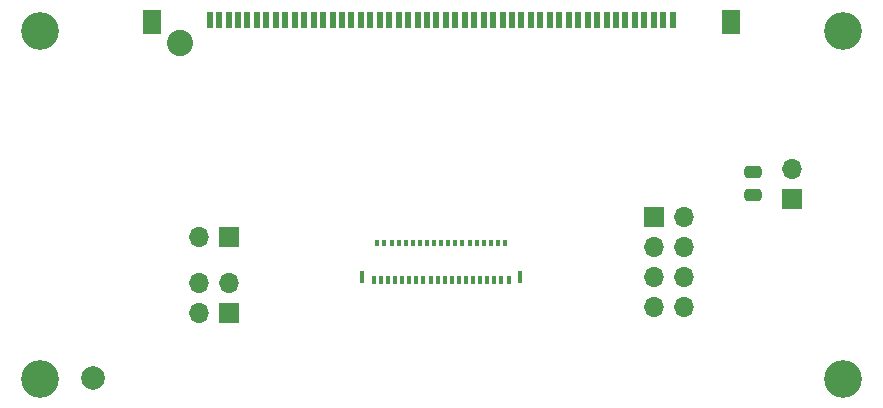
<source format=gbr>
%TF.GenerationSoftware,KiCad,Pcbnew,(7.0.0)*%
%TF.CreationDate,2023-08-31T15:59:46+04:00*%
%TF.ProjectId,RD53B_Quad_ZIF_to_ERF8_Data_Adapter,52443533-425f-4517-9561-645f5a49465f,V0*%
%TF.SameCoordinates,Original*%
%TF.FileFunction,Soldermask,Top*%
%TF.FilePolarity,Negative*%
%FSLAX46Y46*%
G04 Gerber Fmt 4.6, Leading zero omitted, Abs format (unit mm)*
G04 Created by KiCad (PCBNEW (7.0.0)) date 2023-08-31 15:59:46*
%MOMM*%
%LPD*%
G01*
G04 APERTURE LIST*
G04 Aperture macros list*
%AMRoundRect*
0 Rectangle with rounded corners*
0 $1 Rounding radius*
0 $2 $3 $4 $5 $6 $7 $8 $9 X,Y pos of 4 corners*
0 Add a 4 corners polygon primitive as box body*
4,1,4,$2,$3,$4,$5,$6,$7,$8,$9,$2,$3,0*
0 Add four circle primitives for the rounded corners*
1,1,$1+$1,$2,$3*
1,1,$1+$1,$4,$5*
1,1,$1+$1,$6,$7*
1,1,$1+$1,$8,$9*
0 Add four rect primitives between the rounded corners*
20,1,$1+$1,$2,$3,$4,$5,0*
20,1,$1+$1,$4,$5,$6,$7,0*
20,1,$1+$1,$6,$7,$8,$9,0*
20,1,$1+$1,$8,$9,$2,$3,0*%
G04 Aperture macros list end*
%ADD10R,1.700000X1.700000*%
%ADD11O,1.700000X1.700000*%
%ADD12C,2.220000*%
%ADD13R,0.500000X1.480000*%
%ADD14R,1.500000X2.000000*%
%ADD15C,3.200000*%
%ADD16RoundRect,0.250000X0.475000X-0.250000X0.475000X0.250000X-0.475000X0.250000X-0.475000X-0.250000X0*%
%ADD17R,0.300000X0.700000*%
%ADD18R,0.300000X0.500000*%
%ADD19R,0.350000X1.000000*%
%ADD20C,2.000000*%
G04 APERTURE END LIST*
D10*
%TO.C,J2*%
X134420499Y-104471999D03*
D11*
X131880499Y-104471999D03*
%TD*%
D12*
%TO.C,J5*%
X130310500Y-88010000D03*
D13*
X132820499Y-86069999D03*
X133620499Y-86069999D03*
X134420499Y-86069999D03*
X135220499Y-86069999D03*
X136020499Y-86069999D03*
X136820499Y-86069999D03*
X137620499Y-86069999D03*
X138420499Y-86069999D03*
X139220499Y-86069999D03*
X140020499Y-86069999D03*
X140820499Y-86069999D03*
X141620499Y-86069999D03*
X142420499Y-86069999D03*
X143220499Y-86069999D03*
X144020499Y-86069999D03*
X144820499Y-86069999D03*
X145620499Y-86069999D03*
X146420499Y-86069999D03*
X147220499Y-86069999D03*
X148020499Y-86069999D03*
X148820499Y-86069999D03*
X149620499Y-86069999D03*
X150420499Y-86069999D03*
X151220499Y-86069999D03*
X152020499Y-86069999D03*
X152820499Y-86069999D03*
X153620499Y-86069999D03*
X154420499Y-86069999D03*
X155220499Y-86069999D03*
X156020499Y-86069999D03*
X156820499Y-86069999D03*
X157620499Y-86069999D03*
X158420499Y-86069999D03*
X159220499Y-86069999D03*
X160020499Y-86069999D03*
X160820499Y-86069999D03*
X161620499Y-86069999D03*
X162420499Y-86069999D03*
X163220499Y-86069999D03*
X164020499Y-86069999D03*
X164820499Y-86069999D03*
X165620499Y-86069999D03*
X166420499Y-86069999D03*
X167220499Y-86069999D03*
X168020499Y-86069999D03*
X168820499Y-86069999D03*
X169620499Y-86069999D03*
X170420499Y-86069999D03*
X171220499Y-86069999D03*
X172020499Y-86069999D03*
D14*
X127920499Y-86209999D03*
X176920499Y-86209999D03*
%TD*%
D15*
%TO.C,*%
X118448000Y-116510000D03*
%TD*%
%TO.C,*%
X186448000Y-87010000D03*
%TD*%
D16*
%TO.C,C1*%
X178790000Y-100886000D03*
X178790000Y-98986000D03*
%TD*%
D17*
%TO.C,J_conn1*%
X146720499Y-108088500D03*
D18*
X147020499Y-104988500D03*
D17*
X147320499Y-108088500D03*
D18*
X147620499Y-104988500D03*
D17*
X147920499Y-108088500D03*
D18*
X148220499Y-104988500D03*
D17*
X148520499Y-108088500D03*
D18*
X148820499Y-104988500D03*
D17*
X149120499Y-108088500D03*
D18*
X149420499Y-104988500D03*
D17*
X149720499Y-108088500D03*
D18*
X150020499Y-104988500D03*
D17*
X150320499Y-108088500D03*
D18*
X150620499Y-104988500D03*
D17*
X150920499Y-108088500D03*
D18*
X151220499Y-104988500D03*
D17*
X151520499Y-108088500D03*
D18*
X151820499Y-104988500D03*
D17*
X152120499Y-108088500D03*
D18*
X152420499Y-104988500D03*
D17*
X152720499Y-108088500D03*
D18*
X153020499Y-104988500D03*
D17*
X153320499Y-108088500D03*
D18*
X153620499Y-104988500D03*
D17*
X153920499Y-108088500D03*
D18*
X154220499Y-104988500D03*
D17*
X154520499Y-108088500D03*
D18*
X154820499Y-104988500D03*
D17*
X155120499Y-108088500D03*
D18*
X155420499Y-104988500D03*
D17*
X155720499Y-108088500D03*
D18*
X156020499Y-104988500D03*
D17*
X156320499Y-108088500D03*
D18*
X156620499Y-104988500D03*
D17*
X156920499Y-108088500D03*
D18*
X157220499Y-104988500D03*
D17*
X157520499Y-108088500D03*
D18*
X157820499Y-104988500D03*
D17*
X158120499Y-108088500D03*
D19*
X145720499Y-107838500D03*
X159120499Y-107838500D03*
%TD*%
D10*
%TO.C,J4*%
X170420499Y-102799999D03*
D11*
X172960499Y-102799999D03*
X170420499Y-105339999D03*
X172960499Y-105339999D03*
X170420499Y-107879999D03*
X172960499Y-107879999D03*
X170420499Y-110419999D03*
X172960499Y-110419999D03*
%TD*%
D10*
%TO.C,J3*%
X134420499Y-110886999D03*
D11*
X131880499Y-110886999D03*
X134420499Y-108346999D03*
X131880499Y-108346999D03*
%TD*%
D15*
%TO.C,*%
X118448000Y-87010000D03*
%TD*%
D10*
%TO.C,J6*%
X182086999Y-101249999D03*
D11*
X182086999Y-98709999D03*
%TD*%
D20*
%TO.C,REF\u002A\u002A*%
X122972000Y-116430000D03*
%TD*%
D15*
%TO.C,*%
X186448000Y-116510000D03*
%TD*%
M02*

</source>
